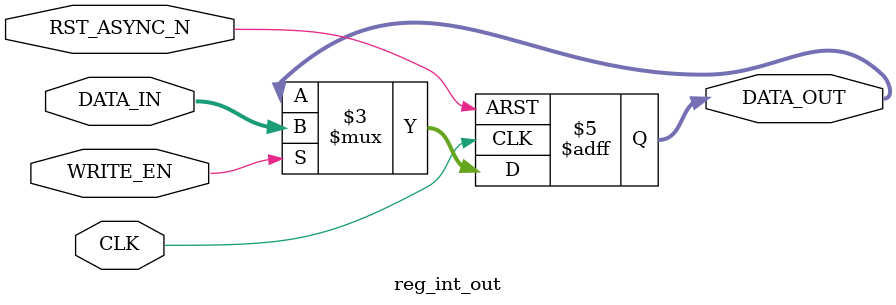
<source format=v>
/*-----------------------------------------------------------------------------------
* File: reg_int_out.v
* Date generated: 25/03/2023
* Date modified: 11/05/2023
* Author: Bruna Suemi Nagai
* Description: Stores the interpolator output line
*----------------------------------------------------------------------------------- */

module reg_int_out (
    CLK,
    RST_ASYNC_N, 
    WRITE_EN,
    DATA_IN,  
    DATA_OUT
);


// ------------------------------------------
// IO declaration
// ------------------------------------------
    input CLK;                              // Clock
    input RST_ASYNC_N;						// Asynchronous reset
    input WRITE_EN;							// Enables writing
    input signed [13:0] DATA_IN;			// Data in
    output reg signed [13:0] DATA_OUT;	    // Data out
    

// ------------------------------------------
// Sequential logic
// ------------------------------------------
always @(posedge CLK, negedge RST_ASYNC_N) begin
if (!RST_ASYNC_N)                        // If rst async is low
    begin
            DATA_OUT <= 14'b0;
    end
    
    else if (WRITE_EN) 		 			    // If write enable is high
    begin
        DATA_OUT <= DATA_IN; 			    // Write data to the register at the specified address
    end 
end

endmodule // reg_int_out
    
</source>
